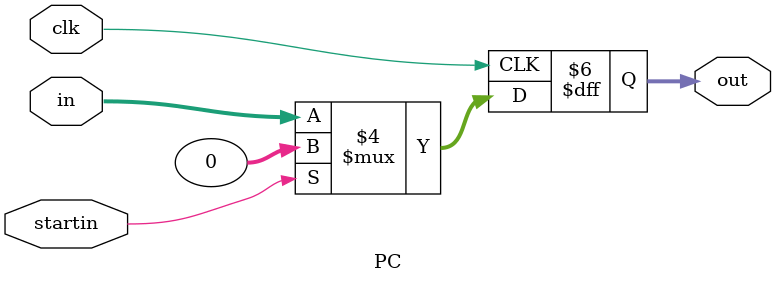
<source format=v>
`timescale 1ns / 1ps
module PC(out, in, clk, startin);
output [31:0]out;
input [31:0]in;
input clk;
input startin;
reg [31:0] out;

always@(posedge clk)
    begin
        if(startin == 1)
            begin
                out <= 0;
					 //startin <=0;
            end
        else
            begin
                out <= in;
            end         
$display("pccccccccccccccccccccccccccccc           " ,out )	;			
    end
endmodule

</source>
